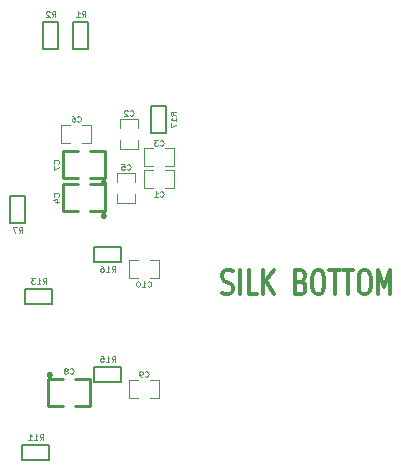
<source format=gbo>
G04 (created by PCBNEW-RS274X (2012-01-19 BZR 3256)-stable) date 12/4/2012 11:19:28 PM*
G01*
G70*
G90*
%MOIN*%
G04 Gerber Fmt 3.4, Leading zero omitted, Abs format*
%FSLAX34Y34*%
G04 APERTURE LIST*
%ADD10C,0.006000*%
%ADD11C,0.012000*%
%ADD12C,0.005000*%
%ADD13C,0.010000*%
%ADD14C,0.004000*%
G04 APERTURE END LIST*
G54D10*
G54D11*
X71114Y-39786D02*
X71200Y-39824D01*
X71343Y-39824D01*
X71400Y-39786D01*
X71429Y-39748D01*
X71457Y-39671D01*
X71457Y-39595D01*
X71429Y-39519D01*
X71400Y-39481D01*
X71343Y-39443D01*
X71229Y-39405D01*
X71171Y-39367D01*
X71143Y-39329D01*
X71114Y-39252D01*
X71114Y-39176D01*
X71143Y-39100D01*
X71171Y-39062D01*
X71229Y-39024D01*
X71371Y-39024D01*
X71457Y-39062D01*
X71714Y-39824D02*
X71714Y-39024D01*
X72286Y-39824D02*
X72000Y-39824D01*
X72000Y-39024D01*
X72486Y-39824D02*
X72486Y-39024D01*
X72829Y-39824D02*
X72572Y-39367D01*
X72829Y-39024D02*
X72486Y-39481D01*
X73743Y-39405D02*
X73829Y-39443D01*
X73857Y-39481D01*
X73886Y-39557D01*
X73886Y-39671D01*
X73857Y-39748D01*
X73829Y-39786D01*
X73771Y-39824D01*
X73543Y-39824D01*
X73543Y-39024D01*
X73743Y-39024D01*
X73800Y-39062D01*
X73829Y-39100D01*
X73857Y-39176D01*
X73857Y-39252D01*
X73829Y-39329D01*
X73800Y-39367D01*
X73743Y-39405D01*
X73543Y-39405D01*
X74257Y-39024D02*
X74371Y-39024D01*
X74429Y-39062D01*
X74486Y-39138D01*
X74514Y-39290D01*
X74514Y-39557D01*
X74486Y-39710D01*
X74429Y-39786D01*
X74371Y-39824D01*
X74257Y-39824D01*
X74200Y-39786D01*
X74143Y-39710D01*
X74114Y-39557D01*
X74114Y-39290D01*
X74143Y-39138D01*
X74200Y-39062D01*
X74257Y-39024D01*
X74686Y-39024D02*
X75029Y-39024D01*
X74858Y-39824D02*
X74858Y-39024D01*
X75143Y-39024D02*
X75486Y-39024D01*
X75315Y-39824D02*
X75315Y-39024D01*
X75800Y-39024D02*
X75914Y-39024D01*
X75972Y-39062D01*
X76029Y-39138D01*
X76057Y-39290D01*
X76057Y-39557D01*
X76029Y-39710D01*
X75972Y-39786D01*
X75914Y-39824D01*
X75800Y-39824D01*
X75743Y-39786D01*
X75686Y-39710D01*
X75657Y-39557D01*
X75657Y-39290D01*
X75686Y-39138D01*
X75743Y-39062D01*
X75800Y-39024D01*
X76315Y-39824D02*
X76315Y-39024D01*
X76515Y-39595D01*
X76715Y-39024D01*
X76715Y-39824D01*
G54D12*
X65450Y-39650D02*
X64550Y-39650D01*
X64550Y-39650D02*
X64550Y-40150D01*
X64550Y-40150D02*
X65450Y-40150D01*
X65450Y-40150D02*
X65450Y-39650D01*
X66850Y-38750D02*
X67750Y-38750D01*
X67750Y-38750D02*
X67750Y-38250D01*
X67750Y-38250D02*
X66850Y-38250D01*
X66850Y-38250D02*
X66850Y-38750D01*
X66650Y-31650D02*
X66650Y-30750D01*
X66650Y-30750D02*
X66150Y-30750D01*
X66150Y-30750D02*
X66150Y-31650D01*
X66150Y-31650D02*
X66650Y-31650D01*
X65650Y-31650D02*
X65650Y-30750D01*
X65650Y-30750D02*
X65150Y-30750D01*
X65150Y-30750D02*
X65150Y-31650D01*
X65150Y-31650D02*
X65650Y-31650D01*
X64050Y-36550D02*
X64050Y-37450D01*
X64050Y-37450D02*
X64550Y-37450D01*
X64550Y-37450D02*
X64550Y-36550D01*
X64550Y-36550D02*
X64050Y-36550D01*
X64450Y-45350D02*
X65350Y-45350D01*
X65350Y-45350D02*
X65350Y-44850D01*
X65350Y-44850D02*
X64450Y-44850D01*
X64450Y-44850D02*
X64450Y-45350D01*
X66850Y-42750D02*
X67750Y-42750D01*
X67750Y-42750D02*
X67750Y-42250D01*
X67750Y-42250D02*
X66850Y-42250D01*
X66850Y-42250D02*
X66850Y-42750D01*
X69250Y-34450D02*
X69250Y-33550D01*
X69250Y-33550D02*
X68750Y-33550D01*
X68750Y-33550D02*
X68750Y-34450D01*
X68750Y-34450D02*
X69250Y-34450D01*
G54D13*
X65400Y-42500D02*
X65399Y-42509D01*
X65396Y-42519D01*
X65391Y-42527D01*
X65385Y-42535D01*
X65377Y-42541D01*
X65369Y-42546D01*
X65360Y-42548D01*
X65350Y-42549D01*
X65341Y-42549D01*
X65332Y-42546D01*
X65323Y-42541D01*
X65316Y-42535D01*
X65309Y-42528D01*
X65305Y-42519D01*
X65302Y-42510D01*
X65301Y-42500D01*
X65301Y-42491D01*
X65304Y-42482D01*
X65308Y-42473D01*
X65315Y-42466D01*
X65322Y-42459D01*
X65330Y-42455D01*
X65340Y-42452D01*
X65349Y-42451D01*
X65358Y-42451D01*
X65368Y-42454D01*
X65376Y-42458D01*
X65384Y-42464D01*
X65390Y-42472D01*
X65395Y-42480D01*
X65398Y-42489D01*
X65399Y-42499D01*
X65400Y-42500D01*
X65800Y-43550D02*
X65300Y-43550D01*
X65300Y-43550D02*
X65300Y-42650D01*
X65300Y-42650D02*
X65800Y-42650D01*
X66200Y-43550D02*
X66700Y-43550D01*
X66700Y-43550D02*
X66700Y-42650D01*
X66700Y-42650D02*
X66200Y-42650D01*
X67200Y-36100D02*
X67199Y-36109D01*
X67196Y-36119D01*
X67191Y-36127D01*
X67185Y-36135D01*
X67177Y-36141D01*
X67169Y-36146D01*
X67160Y-36148D01*
X67150Y-36149D01*
X67141Y-36149D01*
X67132Y-36146D01*
X67123Y-36141D01*
X67116Y-36135D01*
X67109Y-36128D01*
X67105Y-36119D01*
X67102Y-36110D01*
X67101Y-36100D01*
X67101Y-36091D01*
X67104Y-36082D01*
X67108Y-36073D01*
X67115Y-36066D01*
X67122Y-36059D01*
X67130Y-36055D01*
X67140Y-36052D01*
X67149Y-36051D01*
X67158Y-36051D01*
X67168Y-36054D01*
X67176Y-36058D01*
X67184Y-36064D01*
X67190Y-36072D01*
X67195Y-36080D01*
X67198Y-36089D01*
X67199Y-36099D01*
X67200Y-36100D01*
X66700Y-35050D02*
X67200Y-35050D01*
X67200Y-35050D02*
X67200Y-35950D01*
X67200Y-35950D02*
X66700Y-35950D01*
X66300Y-35050D02*
X65800Y-35050D01*
X65800Y-35050D02*
X65800Y-35950D01*
X65800Y-35950D02*
X66300Y-35950D01*
X67200Y-37200D02*
X67199Y-37209D01*
X67196Y-37219D01*
X67191Y-37227D01*
X67185Y-37235D01*
X67177Y-37241D01*
X67169Y-37246D01*
X67160Y-37248D01*
X67150Y-37249D01*
X67141Y-37249D01*
X67132Y-37246D01*
X67123Y-37241D01*
X67116Y-37235D01*
X67109Y-37228D01*
X67105Y-37219D01*
X67102Y-37210D01*
X67101Y-37200D01*
X67101Y-37191D01*
X67104Y-37182D01*
X67108Y-37173D01*
X67115Y-37166D01*
X67122Y-37159D01*
X67130Y-37155D01*
X67140Y-37152D01*
X67149Y-37151D01*
X67158Y-37151D01*
X67168Y-37154D01*
X67176Y-37158D01*
X67184Y-37164D01*
X67190Y-37172D01*
X67195Y-37180D01*
X67198Y-37189D01*
X67199Y-37199D01*
X67200Y-37200D01*
X66700Y-36150D02*
X67200Y-36150D01*
X67200Y-36150D02*
X67200Y-37050D01*
X67200Y-37050D02*
X66700Y-37050D01*
X66300Y-36150D02*
X65800Y-36150D01*
X65800Y-36150D02*
X65800Y-37050D01*
X65800Y-37050D02*
X66300Y-37050D01*
G54D14*
X69000Y-38700D02*
X68700Y-38700D01*
X69000Y-39300D02*
X68700Y-39300D01*
X68000Y-38700D02*
X68300Y-38700D01*
X68000Y-39300D02*
X68300Y-39300D01*
X68000Y-39300D02*
X68000Y-38700D01*
X69000Y-38700D02*
X69000Y-39300D01*
X69000Y-42700D02*
X68700Y-42700D01*
X69000Y-43300D02*
X68700Y-43300D01*
X68000Y-42700D02*
X68300Y-42700D01*
X68000Y-43300D02*
X68300Y-43300D01*
X68000Y-43300D02*
X68000Y-42700D01*
X69000Y-42700D02*
X69000Y-43300D01*
X65750Y-34800D02*
X66050Y-34800D01*
X65750Y-34200D02*
X66050Y-34200D01*
X66750Y-34800D02*
X66450Y-34800D01*
X66750Y-34200D02*
X66450Y-34200D01*
X66750Y-34200D02*
X66750Y-34800D01*
X65750Y-34800D02*
X65750Y-34200D01*
X67600Y-35800D02*
X67600Y-36100D01*
X68200Y-35800D02*
X68200Y-36100D01*
X67600Y-36800D02*
X67600Y-36500D01*
X68200Y-36800D02*
X68200Y-36500D01*
X68200Y-36800D02*
X67600Y-36800D01*
X67600Y-35800D02*
X68200Y-35800D01*
X69500Y-34950D02*
X69200Y-34950D01*
X69500Y-35550D02*
X69200Y-35550D01*
X68500Y-34950D02*
X68800Y-34950D01*
X68500Y-35550D02*
X68800Y-35550D01*
X68500Y-35550D02*
X68500Y-34950D01*
X69500Y-34950D02*
X69500Y-35550D01*
X67700Y-34000D02*
X67700Y-34300D01*
X68300Y-34000D02*
X68300Y-34300D01*
X67700Y-35000D02*
X67700Y-34700D01*
X68300Y-35000D02*
X68300Y-34700D01*
X68300Y-35000D02*
X67700Y-35000D01*
X67700Y-34000D02*
X68300Y-34000D01*
X69500Y-35700D02*
X69200Y-35700D01*
X69500Y-36300D02*
X69200Y-36300D01*
X68500Y-35700D02*
X68800Y-35700D01*
X68500Y-36300D02*
X68800Y-36300D01*
X68500Y-36300D02*
X68500Y-35700D01*
X69500Y-35700D02*
X69500Y-36300D01*
X65128Y-39473D02*
X65195Y-39387D01*
X65242Y-39473D02*
X65242Y-39293D01*
X65166Y-39293D01*
X65147Y-39301D01*
X65138Y-39310D01*
X65128Y-39327D01*
X65128Y-39353D01*
X65138Y-39370D01*
X65147Y-39379D01*
X65166Y-39387D01*
X65242Y-39387D01*
X64938Y-39473D02*
X65052Y-39473D01*
X64995Y-39473D02*
X64995Y-39293D01*
X65014Y-39319D01*
X65033Y-39336D01*
X65052Y-39344D01*
X64871Y-39293D02*
X64748Y-39293D01*
X64814Y-39361D01*
X64786Y-39361D01*
X64767Y-39370D01*
X64757Y-39379D01*
X64748Y-39396D01*
X64748Y-39439D01*
X64757Y-39456D01*
X64767Y-39464D01*
X64786Y-39473D01*
X64843Y-39473D01*
X64862Y-39464D01*
X64871Y-39456D01*
X67428Y-39073D02*
X67495Y-38987D01*
X67542Y-39073D02*
X67542Y-38893D01*
X67466Y-38893D01*
X67447Y-38901D01*
X67438Y-38910D01*
X67428Y-38927D01*
X67428Y-38953D01*
X67438Y-38970D01*
X67447Y-38979D01*
X67466Y-38987D01*
X67542Y-38987D01*
X67238Y-39073D02*
X67352Y-39073D01*
X67295Y-39073D02*
X67295Y-38893D01*
X67314Y-38919D01*
X67333Y-38936D01*
X67352Y-38944D01*
X67067Y-38893D02*
X67105Y-38893D01*
X67124Y-38901D01*
X67133Y-38910D01*
X67152Y-38936D01*
X67162Y-38970D01*
X67162Y-39039D01*
X67152Y-39056D01*
X67143Y-39064D01*
X67124Y-39073D01*
X67086Y-39073D01*
X67067Y-39064D01*
X67057Y-39056D01*
X67048Y-39039D01*
X67048Y-38996D01*
X67057Y-38979D01*
X67067Y-38970D01*
X67086Y-38961D01*
X67124Y-38961D01*
X67143Y-38970D01*
X67152Y-38979D01*
X67162Y-38996D01*
X66433Y-30573D02*
X66500Y-30487D01*
X66547Y-30573D02*
X66547Y-30393D01*
X66471Y-30393D01*
X66452Y-30401D01*
X66443Y-30410D01*
X66433Y-30427D01*
X66433Y-30453D01*
X66443Y-30470D01*
X66452Y-30479D01*
X66471Y-30487D01*
X66547Y-30487D01*
X66243Y-30573D02*
X66357Y-30573D01*
X66300Y-30573D02*
X66300Y-30393D01*
X66319Y-30419D01*
X66338Y-30436D01*
X66357Y-30444D01*
X65433Y-30573D02*
X65500Y-30487D01*
X65547Y-30573D02*
X65547Y-30393D01*
X65471Y-30393D01*
X65452Y-30401D01*
X65443Y-30410D01*
X65433Y-30427D01*
X65433Y-30453D01*
X65443Y-30470D01*
X65452Y-30479D01*
X65471Y-30487D01*
X65547Y-30487D01*
X65357Y-30410D02*
X65347Y-30401D01*
X65328Y-30393D01*
X65281Y-30393D01*
X65262Y-30401D01*
X65252Y-30410D01*
X65243Y-30427D01*
X65243Y-30444D01*
X65252Y-30470D01*
X65366Y-30573D01*
X65243Y-30573D01*
X64333Y-37773D02*
X64400Y-37687D01*
X64447Y-37773D02*
X64447Y-37593D01*
X64371Y-37593D01*
X64352Y-37601D01*
X64343Y-37610D01*
X64333Y-37627D01*
X64333Y-37653D01*
X64343Y-37670D01*
X64352Y-37679D01*
X64371Y-37687D01*
X64447Y-37687D01*
X64266Y-37593D02*
X64133Y-37593D01*
X64219Y-37773D01*
X65028Y-44673D02*
X65095Y-44587D01*
X65142Y-44673D02*
X65142Y-44493D01*
X65066Y-44493D01*
X65047Y-44501D01*
X65038Y-44510D01*
X65028Y-44527D01*
X65028Y-44553D01*
X65038Y-44570D01*
X65047Y-44579D01*
X65066Y-44587D01*
X65142Y-44587D01*
X64838Y-44673D02*
X64952Y-44673D01*
X64895Y-44673D02*
X64895Y-44493D01*
X64914Y-44519D01*
X64933Y-44536D01*
X64952Y-44544D01*
X64648Y-44673D02*
X64762Y-44673D01*
X64705Y-44673D02*
X64705Y-44493D01*
X64724Y-44519D01*
X64743Y-44536D01*
X64762Y-44544D01*
X67428Y-42073D02*
X67495Y-41987D01*
X67542Y-42073D02*
X67542Y-41893D01*
X67466Y-41893D01*
X67447Y-41901D01*
X67438Y-41910D01*
X67428Y-41927D01*
X67428Y-41953D01*
X67438Y-41970D01*
X67447Y-41979D01*
X67466Y-41987D01*
X67542Y-41987D01*
X67238Y-42073D02*
X67352Y-42073D01*
X67295Y-42073D02*
X67295Y-41893D01*
X67314Y-41919D01*
X67333Y-41936D01*
X67352Y-41944D01*
X67057Y-41893D02*
X67152Y-41893D01*
X67162Y-41979D01*
X67152Y-41970D01*
X67133Y-41961D01*
X67086Y-41961D01*
X67067Y-41970D01*
X67057Y-41979D01*
X67048Y-41996D01*
X67048Y-42039D01*
X67057Y-42056D01*
X67067Y-42064D01*
X67086Y-42073D01*
X67133Y-42073D01*
X67152Y-42064D01*
X67162Y-42056D01*
X69573Y-33872D02*
X69487Y-33805D01*
X69573Y-33758D02*
X69393Y-33758D01*
X69393Y-33834D01*
X69401Y-33853D01*
X69410Y-33862D01*
X69427Y-33872D01*
X69453Y-33872D01*
X69470Y-33862D01*
X69479Y-33853D01*
X69487Y-33834D01*
X69487Y-33758D01*
X69573Y-34062D02*
X69573Y-33948D01*
X69573Y-34005D02*
X69393Y-34005D01*
X69419Y-33986D01*
X69436Y-33967D01*
X69444Y-33948D01*
X69393Y-34129D02*
X69393Y-34262D01*
X69573Y-34176D01*
X66033Y-42456D02*
X66043Y-42464D01*
X66071Y-42473D01*
X66090Y-42473D01*
X66119Y-42464D01*
X66138Y-42447D01*
X66147Y-42430D01*
X66157Y-42396D01*
X66157Y-42370D01*
X66147Y-42336D01*
X66138Y-42319D01*
X66119Y-42301D01*
X66090Y-42293D01*
X66071Y-42293D01*
X66043Y-42301D01*
X66033Y-42310D01*
X65919Y-42370D02*
X65938Y-42361D01*
X65947Y-42353D01*
X65957Y-42336D01*
X65957Y-42327D01*
X65947Y-42310D01*
X65938Y-42301D01*
X65919Y-42293D01*
X65881Y-42293D01*
X65862Y-42301D01*
X65852Y-42310D01*
X65843Y-42327D01*
X65843Y-42336D01*
X65852Y-42353D01*
X65862Y-42361D01*
X65881Y-42370D01*
X65919Y-42370D01*
X65938Y-42379D01*
X65947Y-42387D01*
X65957Y-42404D01*
X65957Y-42439D01*
X65947Y-42456D01*
X65938Y-42464D01*
X65919Y-42473D01*
X65881Y-42473D01*
X65862Y-42464D01*
X65852Y-42456D01*
X65843Y-42439D01*
X65843Y-42404D01*
X65852Y-42387D01*
X65862Y-42379D01*
X65881Y-42370D01*
X65656Y-35467D02*
X65664Y-35457D01*
X65673Y-35429D01*
X65673Y-35410D01*
X65664Y-35381D01*
X65647Y-35362D01*
X65630Y-35353D01*
X65596Y-35343D01*
X65570Y-35343D01*
X65536Y-35353D01*
X65519Y-35362D01*
X65501Y-35381D01*
X65493Y-35410D01*
X65493Y-35429D01*
X65501Y-35457D01*
X65510Y-35467D01*
X65493Y-35534D02*
X65493Y-35667D01*
X65673Y-35581D01*
X65656Y-36567D02*
X65664Y-36557D01*
X65673Y-36529D01*
X65673Y-36510D01*
X65664Y-36481D01*
X65647Y-36462D01*
X65630Y-36453D01*
X65596Y-36443D01*
X65570Y-36443D01*
X65536Y-36453D01*
X65519Y-36462D01*
X65501Y-36481D01*
X65493Y-36510D01*
X65493Y-36529D01*
X65501Y-36557D01*
X65510Y-36567D01*
X65553Y-36738D02*
X65673Y-36738D01*
X65484Y-36691D02*
X65613Y-36643D01*
X65613Y-36767D01*
X68628Y-39556D02*
X68638Y-39564D01*
X68666Y-39573D01*
X68685Y-39573D01*
X68714Y-39564D01*
X68733Y-39547D01*
X68742Y-39530D01*
X68752Y-39496D01*
X68752Y-39470D01*
X68742Y-39436D01*
X68733Y-39419D01*
X68714Y-39401D01*
X68685Y-39393D01*
X68666Y-39393D01*
X68638Y-39401D01*
X68628Y-39410D01*
X68438Y-39573D02*
X68552Y-39573D01*
X68495Y-39573D02*
X68495Y-39393D01*
X68514Y-39419D01*
X68533Y-39436D01*
X68552Y-39444D01*
X68314Y-39393D02*
X68295Y-39393D01*
X68276Y-39401D01*
X68267Y-39410D01*
X68257Y-39427D01*
X68248Y-39461D01*
X68248Y-39504D01*
X68257Y-39539D01*
X68267Y-39556D01*
X68276Y-39564D01*
X68295Y-39573D01*
X68314Y-39573D01*
X68333Y-39564D01*
X68343Y-39556D01*
X68352Y-39539D01*
X68362Y-39504D01*
X68362Y-39461D01*
X68352Y-39427D01*
X68343Y-39410D01*
X68333Y-39401D01*
X68314Y-39393D01*
X68533Y-42556D02*
X68543Y-42564D01*
X68571Y-42573D01*
X68590Y-42573D01*
X68619Y-42564D01*
X68638Y-42547D01*
X68647Y-42530D01*
X68657Y-42496D01*
X68657Y-42470D01*
X68647Y-42436D01*
X68638Y-42419D01*
X68619Y-42401D01*
X68590Y-42393D01*
X68571Y-42393D01*
X68543Y-42401D01*
X68533Y-42410D01*
X68438Y-42573D02*
X68400Y-42573D01*
X68381Y-42564D01*
X68371Y-42556D01*
X68352Y-42530D01*
X68343Y-42496D01*
X68343Y-42427D01*
X68352Y-42410D01*
X68362Y-42401D01*
X68381Y-42393D01*
X68419Y-42393D01*
X68438Y-42401D01*
X68447Y-42410D01*
X68457Y-42427D01*
X68457Y-42470D01*
X68447Y-42487D01*
X68438Y-42496D01*
X68419Y-42504D01*
X68381Y-42504D01*
X68362Y-42496D01*
X68352Y-42487D01*
X68343Y-42470D01*
X66283Y-34056D02*
X66293Y-34064D01*
X66321Y-34073D01*
X66340Y-34073D01*
X66369Y-34064D01*
X66388Y-34047D01*
X66397Y-34030D01*
X66407Y-33996D01*
X66407Y-33970D01*
X66397Y-33936D01*
X66388Y-33919D01*
X66369Y-33901D01*
X66340Y-33893D01*
X66321Y-33893D01*
X66293Y-33901D01*
X66283Y-33910D01*
X66112Y-33893D02*
X66150Y-33893D01*
X66169Y-33901D01*
X66178Y-33910D01*
X66197Y-33936D01*
X66207Y-33970D01*
X66207Y-34039D01*
X66197Y-34056D01*
X66188Y-34064D01*
X66169Y-34073D01*
X66131Y-34073D01*
X66112Y-34064D01*
X66102Y-34056D01*
X66093Y-34039D01*
X66093Y-33996D01*
X66102Y-33979D01*
X66112Y-33970D01*
X66131Y-33961D01*
X66169Y-33961D01*
X66188Y-33970D01*
X66197Y-33979D01*
X66207Y-33996D01*
X67933Y-35656D02*
X67943Y-35664D01*
X67971Y-35673D01*
X67990Y-35673D01*
X68019Y-35664D01*
X68038Y-35647D01*
X68047Y-35630D01*
X68057Y-35596D01*
X68057Y-35570D01*
X68047Y-35536D01*
X68038Y-35519D01*
X68019Y-35501D01*
X67990Y-35493D01*
X67971Y-35493D01*
X67943Y-35501D01*
X67933Y-35510D01*
X67752Y-35493D02*
X67847Y-35493D01*
X67857Y-35579D01*
X67847Y-35570D01*
X67828Y-35561D01*
X67781Y-35561D01*
X67762Y-35570D01*
X67752Y-35579D01*
X67743Y-35596D01*
X67743Y-35639D01*
X67752Y-35656D01*
X67762Y-35664D01*
X67781Y-35673D01*
X67828Y-35673D01*
X67847Y-35664D01*
X67857Y-35656D01*
X69033Y-34856D02*
X69043Y-34864D01*
X69071Y-34873D01*
X69090Y-34873D01*
X69119Y-34864D01*
X69138Y-34847D01*
X69147Y-34830D01*
X69157Y-34796D01*
X69157Y-34770D01*
X69147Y-34736D01*
X69138Y-34719D01*
X69119Y-34701D01*
X69090Y-34693D01*
X69071Y-34693D01*
X69043Y-34701D01*
X69033Y-34710D01*
X68966Y-34693D02*
X68843Y-34693D01*
X68909Y-34761D01*
X68881Y-34761D01*
X68862Y-34770D01*
X68852Y-34779D01*
X68843Y-34796D01*
X68843Y-34839D01*
X68852Y-34856D01*
X68862Y-34864D01*
X68881Y-34873D01*
X68938Y-34873D01*
X68957Y-34864D01*
X68966Y-34856D01*
X68033Y-33856D02*
X68043Y-33864D01*
X68071Y-33873D01*
X68090Y-33873D01*
X68119Y-33864D01*
X68138Y-33847D01*
X68147Y-33830D01*
X68157Y-33796D01*
X68157Y-33770D01*
X68147Y-33736D01*
X68138Y-33719D01*
X68119Y-33701D01*
X68090Y-33693D01*
X68071Y-33693D01*
X68043Y-33701D01*
X68033Y-33710D01*
X67957Y-33710D02*
X67947Y-33701D01*
X67928Y-33693D01*
X67881Y-33693D01*
X67862Y-33701D01*
X67852Y-33710D01*
X67843Y-33727D01*
X67843Y-33744D01*
X67852Y-33770D01*
X67966Y-33873D01*
X67843Y-33873D01*
X69033Y-36556D02*
X69043Y-36564D01*
X69071Y-36573D01*
X69090Y-36573D01*
X69119Y-36564D01*
X69138Y-36547D01*
X69147Y-36530D01*
X69157Y-36496D01*
X69157Y-36470D01*
X69147Y-36436D01*
X69138Y-36419D01*
X69119Y-36401D01*
X69090Y-36393D01*
X69071Y-36393D01*
X69043Y-36401D01*
X69033Y-36410D01*
X68843Y-36573D02*
X68957Y-36573D01*
X68900Y-36573D02*
X68900Y-36393D01*
X68919Y-36419D01*
X68938Y-36436D01*
X68957Y-36444D01*
M02*

</source>
